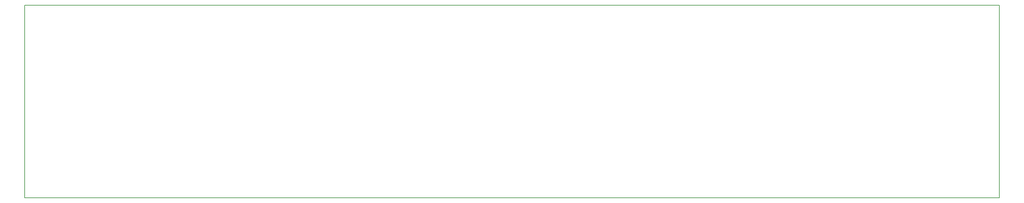
<source format=gbr>
G04 #@! TF.GenerationSoftware,KiCad,Pcbnew,(5.0.0-3-g5ebb6b6)*
G04 #@! TF.CreationDate,2018-09-12T20:08:54-07:00*
G04 #@! TF.ProjectId,iotkong,696F746B6F6E672E6B696361645F7063,rev?*
G04 #@! TF.SameCoordinates,Original*
G04 #@! TF.FileFunction,Profile,NP*
%FSLAX46Y46*%
G04 Gerber Fmt 4.6, Leading zero omitted, Abs format (unit mm)*
G04 Created by KiCad (PCBNEW (5.0.0-3-g5ebb6b6)) date Wednesday, September 12, 2018 at 08:08:54 PM*
%MOMM*%
%LPD*%
G01*
G04 APERTURE LIST*
%ADD10C,0.200000*%
G04 APERTURE END LIST*
D10*
X37084000Y-91440000D02*
X37084000Y-38506400D01*
X304800000Y-91440000D02*
X37084000Y-91440000D01*
X304800000Y-38506400D02*
X304800000Y-91440000D01*
X37084000Y-38506400D02*
X304800000Y-38506400D01*
M02*

</source>
